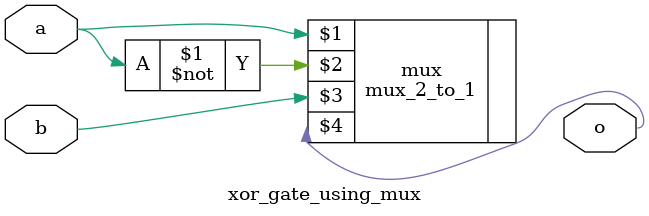
<source format=v>
module xor_gate_using_mux
(
    input  a,
    input  b,
    output o
);

    mux_2_to_1 mux (a, ~ a, b, o);

endmodule


</source>
